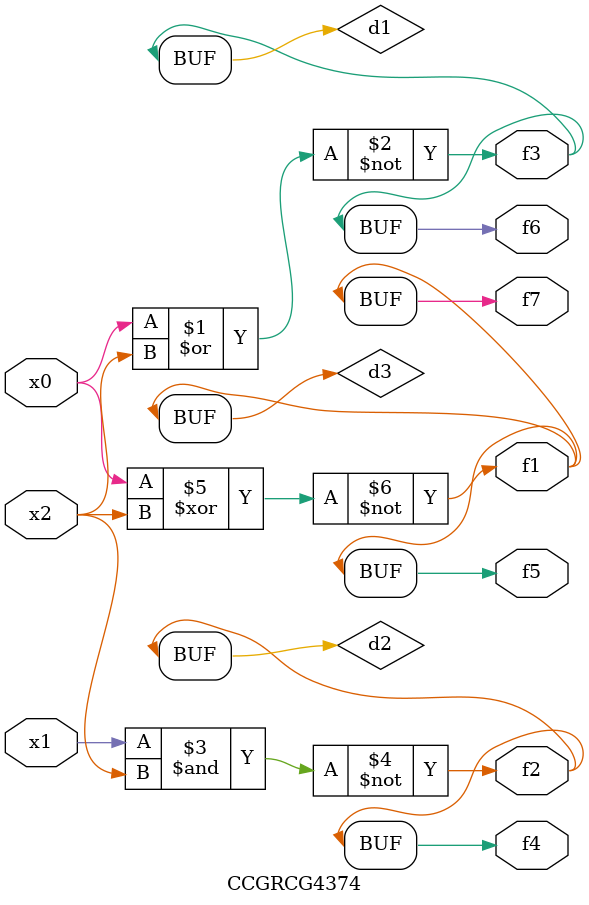
<source format=v>
module CCGRCG4374(
	input x0, x1, x2,
	output f1, f2, f3, f4, f5, f6, f7
);

	wire d1, d2, d3;

	nor (d1, x0, x2);
	nand (d2, x1, x2);
	xnor (d3, x0, x2);
	assign f1 = d3;
	assign f2 = d2;
	assign f3 = d1;
	assign f4 = d2;
	assign f5 = d3;
	assign f6 = d1;
	assign f7 = d3;
endmodule

</source>
